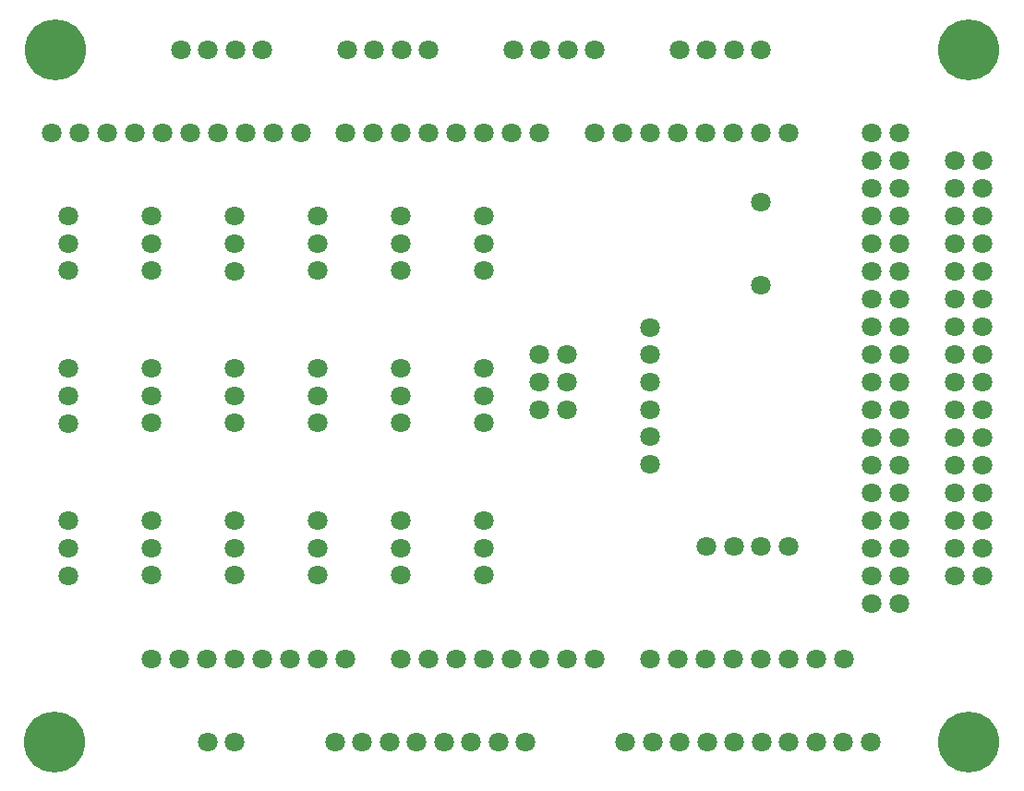
<source format=gbr>
%TF.GenerationSoftware,KiCad,Pcbnew,8.0.5*%
%TF.CreationDate,2025-08-09T00:58:03+07:00*%
%TF.ProjectId,arduino_dummy_shield,61726475-696e-46f5-9f64-756d6d795f73,rev?*%
%TF.SameCoordinates,Original*%
%TF.FileFunction,Soldermask,Bot*%
%TF.FilePolarity,Negative*%
%FSLAX46Y46*%
G04 Gerber Fmt 4.6, Leading zero omitted, Abs format (unit mm)*
G04 Created by KiCad (PCBNEW 8.0.5) date 2025-08-09 00:58:03*
%MOMM*%
%LPD*%
G01*
G04 APERTURE LIST*
%ADD10C,1.800000*%
%ADD11C,5.600000*%
G04 APERTURE END LIST*
D10*
%TO.C,J28*%
X162230000Y-105080000D03*
X159730000Y-105080000D03*
X157230000Y-105080000D03*
X154730000Y-105080000D03*
X152230000Y-105080000D03*
X149730000Y-105080000D03*
X147230000Y-105080000D03*
X144730000Y-105080000D03*
%TD*%
%TO.C,J23*%
X127940000Y-84800000D03*
X127940000Y-87300000D03*
X127940000Y-89800000D03*
%TD*%
%TO.C,J11*%
X150800000Y-70830000D03*
X150800000Y-73330000D03*
X150800000Y-75830000D03*
%TD*%
%TO.C,J17*%
X150800000Y-56860000D03*
X150800000Y-59360000D03*
X150800000Y-61860000D03*
%TD*%
%TO.C,J21*%
X120320000Y-56860000D03*
X120320000Y-59360000D03*
X120320000Y-61860000D03*
%TD*%
%TO.C,J15*%
X120320000Y-70870000D03*
X120320000Y-73370000D03*
X120320000Y-75870000D03*
%TD*%
%TO.C,J25*%
X143180000Y-84800000D03*
X143180000Y-87300000D03*
X143180000Y-89800000D03*
%TD*%
D11*
%TO.C,H3*%
X119100000Y-41580000D03*
%TD*%
D10*
%TO.C,J26*%
X150800000Y-84800000D03*
X150800000Y-87300000D03*
X150800000Y-89800000D03*
%TD*%
%TO.C,J20*%
X127940000Y-56860000D03*
X127940000Y-59360000D03*
X127940000Y-61860000D03*
%TD*%
%TO.C,J19*%
X135560000Y-56900000D03*
X135560000Y-59400000D03*
X135560000Y-61900000D03*
%TD*%
%TO.C,J30*%
X186300000Y-87190000D03*
X183800000Y-87190000D03*
X181300000Y-87190000D03*
X178800000Y-87190000D03*
%TD*%
%TO.C,J32*%
X130600000Y-41580000D03*
X133100000Y-41580000D03*
X135600000Y-41580000D03*
X138100000Y-41580000D03*
%TD*%
%TO.C,J24*%
X135560000Y-84800000D03*
X135560000Y-87300000D03*
X135560000Y-89800000D03*
%TD*%
D11*
%TO.C,H3*%
X119060000Y-105080000D03*
%TD*%
D10*
%TO.C,J13*%
X135560000Y-70830000D03*
X135560000Y-73330000D03*
X135560000Y-75830000D03*
%TD*%
%TO.C,J9*%
X135560000Y-105080000D03*
X133060000Y-105080000D03*
%TD*%
%TO.C,J10*%
X158420000Y-70830000D03*
X158420000Y-73330000D03*
X158420000Y-75830000D03*
%TD*%
%TO.C,J16*%
X158420000Y-56860000D03*
X158420000Y-59360000D03*
X158420000Y-61860000D03*
%TD*%
D11*
%TO.C,H3*%
X202870000Y-105080000D03*
%TD*%
D10*
%TO.C,BZ1*%
X183820000Y-63170000D03*
X183820000Y-55570000D03*
%TD*%
%TO.C,J35*%
X145840000Y-41580000D03*
X148340000Y-41580000D03*
X150840000Y-41580000D03*
X153340000Y-41580000D03*
%TD*%
D11*
%TO.C,H3*%
X202870000Y-41580000D03*
%TD*%
D10*
%TO.C,J18*%
X143180000Y-56860000D03*
X143180000Y-59360000D03*
X143180000Y-61860000D03*
%TD*%
%TO.C,J34*%
X161080000Y-41580000D03*
X163580000Y-41580000D03*
X166080000Y-41580000D03*
X168580000Y-41580000D03*
%TD*%
%TO.C,J36*%
X204140000Y-89840000D03*
X201600000Y-89840000D03*
X204140000Y-87300000D03*
X201600000Y-87300000D03*
X204140000Y-84760000D03*
X201600000Y-84760000D03*
X204140000Y-82220000D03*
X201600000Y-82220000D03*
X204140000Y-79680000D03*
X201600000Y-79680000D03*
X204140000Y-77140000D03*
X201600000Y-77140000D03*
X204140000Y-74600000D03*
X201600000Y-74600000D03*
X204140000Y-72060000D03*
X201600000Y-72060000D03*
X204140000Y-69520000D03*
X201600000Y-69520000D03*
X204140000Y-66980000D03*
X201600000Y-66980000D03*
X204140000Y-64440000D03*
X201600000Y-64440000D03*
X204140000Y-61900000D03*
X201600000Y-61900000D03*
X204140000Y-59360000D03*
X201600000Y-59360000D03*
X204140000Y-56820000D03*
X201600000Y-56820000D03*
X204140000Y-54280000D03*
X201600000Y-54280000D03*
X204140000Y-51740000D03*
X201600000Y-51740000D03*
%TD*%
%TO.C,J22*%
X120320000Y-84840000D03*
X120320000Y-87340000D03*
X120320000Y-89840000D03*
%TD*%
%TO.C,J31*%
X173660000Y-67100000D03*
X173660000Y-69600000D03*
X173660000Y-72100000D03*
X173660000Y-74600000D03*
X173660000Y-77100000D03*
X173660000Y-79600000D03*
%TD*%
%TO.C,J29*%
X193860000Y-105080000D03*
X191360000Y-105080000D03*
X188860000Y-105080000D03*
X186360000Y-105080000D03*
X183860000Y-105080000D03*
X181360000Y-105080000D03*
X178860000Y-105080000D03*
X176360000Y-105080000D03*
X173860000Y-105080000D03*
X171360000Y-105080000D03*
%TD*%
%TO.C,J33*%
X176320000Y-41580000D03*
X178820000Y-41580000D03*
X181320000Y-41580000D03*
X183820000Y-41580000D03*
%TD*%
%TO.C,J27*%
X158420000Y-84800000D03*
X158420000Y-87300000D03*
X158420000Y-89800000D03*
%TD*%
%TO.C,J14*%
X127940000Y-70830000D03*
X127940000Y-73330000D03*
X127940000Y-75830000D03*
%TD*%
%TO.C,J12*%
X143180000Y-70830000D03*
X143180000Y-73330000D03*
X143180000Y-75830000D03*
%TD*%
%TO.C,J4*%
X145720000Y-49200000D03*
X148260000Y-49200000D03*
X150800000Y-49200000D03*
X153340000Y-49200000D03*
X155880000Y-49200000D03*
X158420000Y-49200000D03*
X160960000Y-49200000D03*
X163500000Y-49200000D03*
%TD*%
%TO.C,J5*%
X173660000Y-97460000D03*
X176200000Y-97460000D03*
X178740000Y-97460000D03*
X181280000Y-97460000D03*
X183820000Y-97460000D03*
X186360000Y-97460000D03*
X188900000Y-97460000D03*
X191440000Y-97460000D03*
%TD*%
%TO.C,J1*%
X127940000Y-97460000D03*
X130480000Y-97460000D03*
X133020000Y-97460000D03*
X135560000Y-97460000D03*
X138100000Y-97460000D03*
X140640000Y-97460000D03*
X143180000Y-97460000D03*
X145720000Y-97460000D03*
%TD*%
%TO.C,J3*%
X150800000Y-97460000D03*
X153340000Y-97460000D03*
X155880000Y-97460000D03*
X158420000Y-97460000D03*
X160960000Y-97460000D03*
X163500000Y-97460000D03*
X166040000Y-97460000D03*
X168580000Y-97460000D03*
%TD*%
%TO.C,J2*%
X118796000Y-49200000D03*
X121336000Y-49200000D03*
X123876000Y-49200000D03*
X126416000Y-49200000D03*
X128956000Y-49200000D03*
X131496000Y-49200000D03*
X134036000Y-49200000D03*
X136576000Y-49200000D03*
X139116000Y-49200000D03*
X141656000Y-49200000D03*
%TD*%
%TO.C,J6*%
X168580000Y-49200000D03*
X171120000Y-49200000D03*
X173660000Y-49200000D03*
X176200000Y-49200000D03*
X178740000Y-49200000D03*
X181280000Y-49200000D03*
X183820000Y-49200000D03*
X186360000Y-49200000D03*
%TD*%
%TO.C,J7*%
X193980000Y-92380000D03*
X196520000Y-92380000D03*
X193980000Y-89840000D03*
X196520000Y-89840000D03*
X193980000Y-87300000D03*
X196520000Y-87300000D03*
X193980000Y-84760000D03*
X196520000Y-84760000D03*
X193980000Y-82220000D03*
X196520000Y-82220000D03*
X193980000Y-79680000D03*
X196520000Y-79680000D03*
X193980000Y-77140000D03*
X196520000Y-77140000D03*
X193980000Y-74600000D03*
X196520000Y-74600000D03*
X193980000Y-72060000D03*
X196520000Y-72060000D03*
X193980000Y-69520000D03*
X196520000Y-69520000D03*
X193980000Y-66980000D03*
X196520000Y-66980000D03*
X193980000Y-64440000D03*
X196520000Y-64440000D03*
X193980000Y-61900000D03*
X196520000Y-61900000D03*
X193980000Y-59360000D03*
X196520000Y-59360000D03*
X193980000Y-56820000D03*
X196520000Y-56820000D03*
X193980000Y-54280000D03*
X196520000Y-54280000D03*
X193980000Y-51740000D03*
X196520000Y-51740000D03*
X193980000Y-49200000D03*
X196520000Y-49200000D03*
%TD*%
%TO.C,J8*%
X166040000Y-69520000D03*
X163500000Y-69520000D03*
X166040000Y-72060000D03*
X163500000Y-72060000D03*
X166040000Y-74600000D03*
X163500000Y-74600000D03*
%TD*%
M02*

</source>
